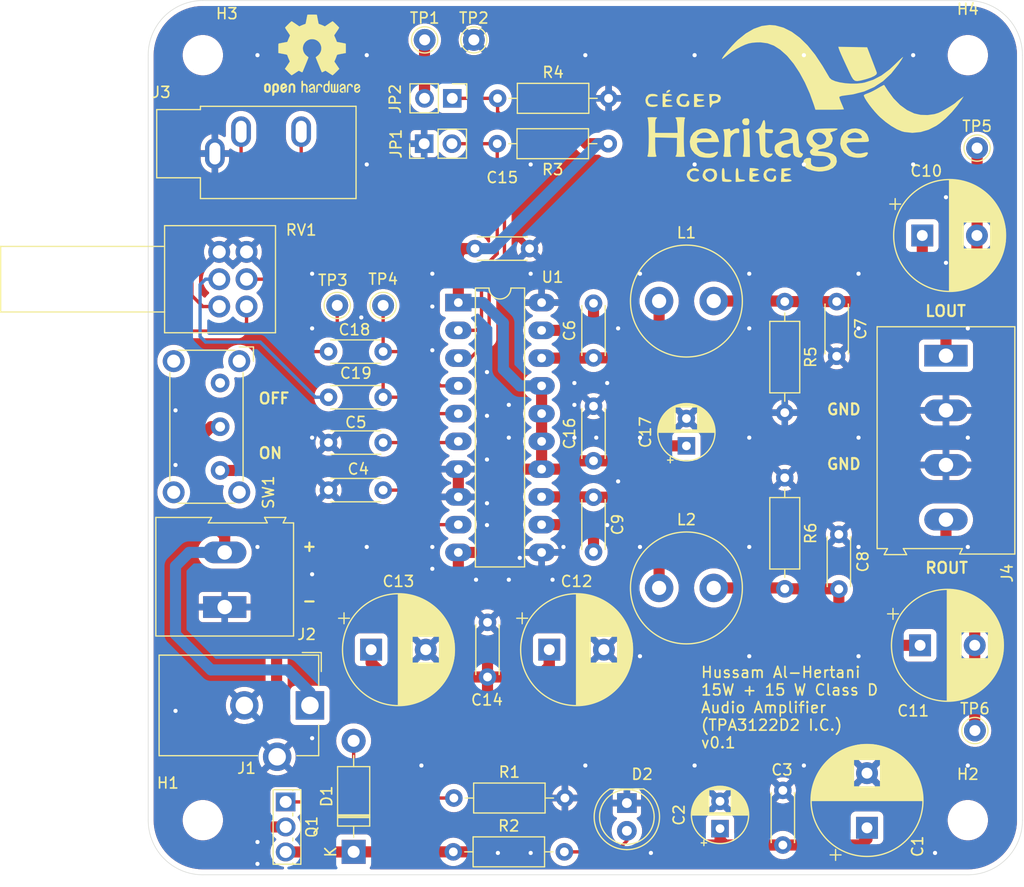
<source format=kicad_pcb>
(kicad_pcb (version 20240108) (generator "pcbnew") (generator_version "8.0")
  (layers (0 "F.Cu" signal) (31 "B.Cu" signal) (34 "B.Paste" user) (35 "F.Paste" user) (36 "B.SilkS" user "B.Silkscreen") (37 "F.SilkS" user "F.Silkscreen") (38 "B.Mask" user) (39 "F.Mask" user) (44 "Edge.Cuts" user))
  (net 0 "")
  (net 1 "GND")
  (net 2 "VCC")
  (net 3 "Net-(U1-VCLAMP)")
  (net 4 "Net-(U1-BYPASS)")
  (net 5 "LOUT")
  (net 6 "BSL")
  (net 7 "/POWA")
  (net 8 "/POWB")
  (net 9 "BSR")
  (net 10 "ROUT")
  (net 11 "/POWC")
  (net 12 "/POWD")
  (net 13 "RIN")
  (net 14 "Net-(C18-Pad1)")
  (net 15 "Net-(C19-Pad1)")
  (net 16 "LIN")
  (net 17 "Net-(D1-A)")
  (net 18 "Net-(D2-A)")
  (net 19 "/VIN1")
  (net 20 "Net-(J3-PadT)")
  (net 21 "Net-(J3-PadR)")
  (net 22 "~{SD}")
  (net 23 "MUTE")
  (net 24 "/VIN2")
  (footprint "Connector_PinHeader_2.54mm:PinHeader_1x02_P2.54mm_Vertical" (layer "F.Cu") (at 127.825 58.95 -90)
    (property "Reference" "JP2" (at 0.05 5.225 90) (layer "F.SilkS"))
    (property "Value" "Jumper_2_Open")
    (pad "1" thru_hole rect (at 0 0 270) (size 1.7 1.7) (drill 1) (layers "*.Cu" "*.Mask") (net 23 "MUTE"))
    (pad "2" thru_hole oval (at 0 2.54 270) (size 1.7 1.7) (drill 1) (layers "*.Cu" "*.Mask") (net 2 "VCC"))
  )
  (footprint "Capacitor_THT:C_Disc_D4.3mm_W1.9mm_P5.00mm" (layer "F.Cu") (at 131.05 111.9 90)
    (property "Reference" "C14" (at -2.1 -0.05 180) (layer "F.SilkS"))
    (property "Value" "100n")
    (pad "1" thru_hole circle (at 0 0 90) (size 1.6 1.6) (drill 0.8) (layers "*.Cu" "*.Mask") (net 2 "VCC"))
    (pad "2" thru_hole circle (at 5 0 90) (size 1.6 1.6) (drill 0.8) (layers "*.Cu" "*.Mask") (net 1 "GND"))
  )
  (footprint "Resistor_THT:R_Axial_DIN0207_L6.3mm_D2.5mm_P10.16mm_Horizontal" (layer "F.Cu") (at 131.97 58.95)
    (property "Reference" "R4" (at 5.08 -2.37 0) (layer "F.SilkS"))
    (property "Value" "10k")
    (pad "1" thru_hole circle (at 0 0) (size 1.6 1.6) (drill 0.8) (layers "*.Cu" "*.Mask") (net 23 "MUTE"))
    (pad "2" thru_hole oval (at 10.16 0) (size 1.6 1.6) (drill 0.8) (layers "*.Cu" "*.Mask") (net 1 "GND"))
  )
  (footprint "logos:heritage-logo" (layer "F.Cu") (at 159.6 59.4)
    (property "Reference" "G***" (hide yes))
    (property "Value" "LOGO" (hide yes))
  )
  (footprint "Resistor_THT:R_Axial_DIN0207_L6.3mm_D2.5mm_P10.16mm_Horizontal" (layer "F.Cu") (at 127.97 122.975)
    (property "Reference" "R1" (at 5.08 -2.37 0) (layer "F.SilkS"))
    (property "Value" "100k")
    (pad "1" thru_hole circle (at 0 0) (size 1.6 1.6) (drill 0.8) (layers "*.Cu" "*.Mask") (net 17 "Net-(D1-A)"))
    (pad "2" thru_hole oval (at 10.16 0) (size 1.6 1.6) (drill 0.8) (layers "*.Cu" "*.Mask") (net 1 "GND"))
  )
  (footprint "Connector_PinHeader_2.54mm:PinHeader_1x02_P2.54mm_Vertical" (layer "F.Cu") (at 125.255 63.1 90)
    (property "Reference" "JP1" (at 0 -2.58 90) (layer "F.SilkS"))
    (property "Value" "Jumper_2_Open")
    (pad "1" thru_hole rect (at 0 0 90) (size 1.7 1.7) (drill 1) (layers "*.Cu" "*.Mask") (net 1 "GND"))
    (pad "2" thru_hole oval (at 0 2.54 90) (size 1.7 1.7) (drill 1) (layers "*.Cu" "*.Mask") (net 22 "~{SD}"))
  )
  (footprint "Capacitor_THT:CP_Radial_D10.0mm_P5.00mm" (layer "F.Cu") (at 170.832323 71.5)
    (property "Reference" "C10" (at 0.367677 -5.9 0) (layer "F.SilkS"))
    (property "Value" "470u")
    (pad "1" thru_hole rect (at 0 0) (size 2 2) (drill 1) (layers "*.Cu" "*.Mask") (net 7 "/POWA"))
    (pad "2" thru_hole circle (at 5 0) (size 2 2) (drill 1) (layers "*.Cu" "*.Mask") (net 11 "/POWC"))
  )
  (footprint "Inductor_THT:L_Radial_D10.0mm_P5.00mm_Fastron_07M" (layer "F.Cu") (at 146.75 77.5)
    (property "Reference" "L1" (at 2.5 -6.25 0) (layer "F.SilkS"))
    (property "Value" "22u")
    (pad "1" thru_hole circle (at 0 0) (size 2.6 2.6) (drill 1.3) (layers "*.Cu" "*.Mask") (net 6 "BSL"))
    (pad "2" thru_hole circle (at 5 0) (size 2.6 2.6) (drill 1.3) (layers "*.Cu" "*.Mask") (net 7 "/POWA"))
  )
  (footprint "Capacitor_THT:CP_Radial_D10.0mm_P5.00mm" (layer "F.Cu") (at 165.775 125.7 90)
    (property "Reference" "C1" (at -1.7 4.625 90) (layer "F.SilkS"))
    (property "Value" "470u")
    (pad "1" thru_hole rect (at 0 0 90) (size 2 2) (drill 1) (layers "*.Cu" "*.Mask") (net 2 "VCC"))
    (pad "2" thru_hole circle (at 5 0 90) (size 2 2) (drill 1) (layers "*.Cu" "*.Mask") (net 1 "GND"))
  )
  (footprint "TestPoint:TestPoint_THTPad_D2.0mm_Drill1.0mm" (layer "F.Cu") (at 125.3 53.6)
    (property "Reference" "TP1" (at 0 -1.998 0) (layer "F.SilkS"))
    (property "Value" "VCC")
    (pad "1" thru_hole circle (at 0 0) (size 2 2) (drill 1) (layers "*.Cu" "*.Mask") (net 2 "VCC"))
  )
  (footprint "Inductor_THT:L_Radial_D10.0mm_P5.00mm_Fastron_07M" (layer "F.Cu") (at 146.75 103.75)
    (property "Reference" "L2" (at 2.5 -6.25 0) (layer "F.SilkS"))
    (property "Value" "22u")
    (pad "1" thru_hole circle (at 0 0) (size 2.6 2.6) (drill 1.3) (layers "*.Cu" "*.Mask") (net 9 "BSR"))
    (pad "2" thru_hole circle (at 5 0) (size 2.6 2.6) (drill 1.3) (layers "*.Cu" "*.Mask") (net 8 "/POWB"))
  )
  (footprint "Connector_BarrelJack:BarrelJack_CUI_PJ-102AH_Horizontal" (layer "F.Cu") (at 114.8 114.5 -90)
    (property "Reference" "J1" (at 5.75 5.8 0) (layer "F.SilkS"))
    (property "Value" "Barrel_Jack_Switch")
    (pad "1" thru_hole rect (at 0 0 270) (size 2.6 2.6) (drill 1.6) (layers "*.Cu" "*.Mask") (net 19 "/VIN1"))
    (pad "2" thru_hole circle (at 0 6 270) (size 2.6 2.6) (drill 1.6) (layers "*.Cu" "*.Mask") (net 1 "GND"))
    (pad "3" thru_hole circle (at 4.7 3 270) (size 2.6 2.6) (drill 1.6) (layers "*.Cu" "*.Mask") (net 1 "GND"))
  )
  (footprint "TestPoint:TestPoint_THTPad_D2.0mm_Drill1.0mm" (layer "F.Cu") (at 175.85 63.5)
    (property "Reference" "TP5" (at 0 -1.998 0) (layer "F.SilkS"))
    (property "Value" "LOUT")
    (pad "1" thru_hole circle (at 0 0) (size 2 2) (drill 1) (layers "*.Cu" "*.Mask") (net 11 "/POWC"))
  )
  (footprint "Capacitor_THT:CP_Radial_D10.0mm_P5.00mm" (layer "F.Cu") (at 120.4 109.4)
    (property "Reference" "C13" (at 2.5 -6.25 0) (layer "F.SilkS"))
    (property "Value" "470u")
    (pad "1" thru_hole rect (at 0 0) (size 2 2) (drill 1) (layers "*.Cu" "*.Mask") (net 2 "VCC"))
    (pad "2" thru_hole circle (at 5 0) (size 2 2) (drill 1) (layers "*.Cu" "*.Mask") (net 1 "GND"))
  )
  (footprint "TestPoint:TestPoint_THTPad_D2.0mm_Drill1.0mm" (layer "F.Cu") (at 117.3 77.9)
    (property "Reference" "TP3" (at -0.4 -2.3 0) (layer "F.SilkS"))
    (property "Value" "RIN")
    (pad "1" thru_hole circle (at 0 0) (size 2 2) (drill 1) (layers "*.Cu" "*.Mask") (net 13 "RIN"))
  )
  (footprint "MountingHole:MountingHole_3.2mm_M3" (layer "F.Cu") (at 175 125)
    (property "Reference" "H2" (at 0 -4.2 0) (layer "F.SilkS"))
    (property "Value" "MountingHole")
    (pad "" np_thru_hole circle (at 0 0) (size 3.2 3.2) (drill 3.2) (layers "*.Cu" "*.Mask"))
  )
  (footprint "Capacitor_THT:C_Disc_D4.3mm_W1.9mm_P5.00mm" (layer "F.Cu") (at 140.75 92.12 90)
    (property "Reference" "C16" (at 2.5 -2.2 90) (layer "F.SilkS"))
    (property "Value" "100n")
    (pad "1" thru_hole circle (at 0 0 90) (size 1.6 1.6) (drill 0.8) (layers "*.Cu" "*.Mask") (net 2 "VCC"))
    (pad "2" thru_hole circle (at 5 0 90) (size 1.6 1.6) (drill 0.8) (layers "*.Cu" "*.Mask") (net 1 "GND"))
  )
  (footprint "Capacitor_THT:C_Disc_D4.3mm_W1.9mm_P5.00mm" (layer "F.Cu") (at 140.75 95.45 -90)
    (property "Reference" "C9" (at 2.5 -2.2 90) (layer "F.SilkS"))
    (property "Value" "0.22u")
    (pad "1" thru_hole circle (at 0 0 270) (size 1.6 1.6) (drill 0.8) (layers "*.Cu" "*.Mask") (net 9 "BSR"))
    (pad "2" thru_hole circle (at 5 0 270) (size 1.6 1.6) (drill 0.8) (layers "*.Cu" "*.Mask") (net 10 "ROUT"))
  )
  (footprint "TestPoint:TestPoint_THTPad_D2.0mm_Drill1.0mm" (layer "F.Cu") (at 121.5 77.9)
    (property "Reference" "TP4" (at 0 -2.4 0) (layer "F.SilkS"))
    (property "Value" "LIN")
    (pad "1" thru_hole circle (at 0 0) (size 2 2) (drill 1) (layers "*.Cu" "*.Mask") (net 16 "LIN"))
  )
  (footprint "Connector_Audio:Jack_3.5mm_CUI_SJ1-3533NG_Horizontal" (layer "F.Cu") (at 106.1 64 90)
    (property "Reference" "J3" (at 5.6 -4.9 180) (layer "F.SilkS"))
    (property "Value" "AudioJack3")
    (pad "R" thru_hole oval (at 2 7.9 90) (size 2.8 1.8) (drill oval 2 1) (layers "*.Cu" "*.Mask") (net 21 "Net-(J3-PadR)"))
    (pad "S" thru_hole oval (at 0 0 90) (size 2.8 1.8) (drill oval 2 1) (layers "*.Cu" "*.Mask") (net 1 "GND"))
    (pad "T" thru_hole oval (at 2 2.4 90) (size 2.8 1.8) (drill oval 2 1) (layers "*.Cu" "*.Mask") (net 20 "Net-(J3-PadT)"))
  )
  (footprint "TerminalBlock:TerminalBlock_Altech_AK300-2_P5.00mm" (layer "F.Cu") (at 107 105.5 90)
    (property "Reference" "J2" (at -2.5 7.5 180) (layer "F.SilkS"))
    (property "Value" "Screw_Terminal_01x02")
    (pad "1" thru_hole rect (at 0 0 90) (size 1.98 3.96) (drill 1.32) (layers "*.Cu" "*.Mask") (net 1 "GND"))
    (pad "2" thru_hole oval (at 5 0 90) (size 1.98 3.96) (drill 1.32) (layers "*.Cu" "*.Mask") (net 19 "/VIN1"))
  )
  (footprint "Package_DIP:DIP-20_W7.62mm_LongPads" (layer "F.Cu") (at 128.38 77.64)
    (property "Reference" "U1" (at 8.62 -2.33 0) (layer "F.SilkS"))
    (property "Value" "TPA3122D2")
    (pad "1" thru_hole rect (at 0 0) (size 2.4 1.6) (drill 0.8) (layers "*.Cu" "*.Mask") (net 2 "VCC"))
    (pad "2" thru_hole oval (at 0 2.54) (size 2.4 1.6) (drill 0.8) (layers "*.Cu" "*.Mask") (net 22 "~{SD}"))
    (pad "3" thru_hole oval (at 0 5.08) (size 2.4 1.6) (drill 0.8) (layers "*.Cu" "*.Mask") (net 23 "MUTE"))
    (pad "4" thru_hole oval (at 0 7.62) (size 2.4 1.6) (drill 0.8) (layers "*.Cu" "*.Mask") (net 16 "LIN"))
    (pad "5" thru_hole oval (at 0 10.16) (size 2.4 1.6) (drill 0.8) (layers "*.Cu" "*.Mask") (net 13 "RIN"))
    (pad "6" thru_hole oval (at 0 12.7) (size 2.4 1.6) (drill 0.8) (layers "*.Cu" "*.Mask") (net 4 "Net-(U1-BYPASS)"))
    (pad "7" thru_hole oval (at 0 15.24) (size 2.4 1.6) (drill 0.8) (layers "*.Cu" "*.Mask") (net 1 "GND"))
    (pad "8" thru_hole oval (at 0 17.78) (size 2.4 1.6) (drill 0.8) (layers "*.Cu" "*.Mask") (net 1 "GND"))
    (pad "9" thru_hole oval (at 0 20.32) (size 2.4 1.6) (drill 0.8) (layers "*.Cu" "*.Mask") (net 3 "Net-(U1-VCLAMP)"))
    (pad "10" thru_hole oval (at 0 22.86) (size 2.4 1.6) (drill 0.8) (layers "*.Cu" "*.Mask") (net 2 "VCC"))
    (pad "11" thru_hole oval (at 7.62 22.86) (size 2.4 1.6) (drill 0.8) (layers "*.Cu" "*.Mask") (net 1 "GND"))
    (pad "12" thru_hole oval (at 7.62 20.32) (size 2.4 1.6) (drill 0.8) (layers "*.Cu" "*.Mask") (net 10 "ROUT"))
    (pad "13" thru_hole oval (at 7.62 17.78) (size 2.4 1.6) (drill 0.8) (layers "*.Cu" "*.Mask") (net 9 "BSR"))
    (pad "14" thru_hole oval (at 7.62 15.24) (size 2.4 1.6) (drill 0.8) (layers "*.Cu" "*.Mask") (net 2 "VCC"))
    (pad "15" thru_hole oval (at 7.62 12.7) (size 2.4 1.6) (drill 0.8) (layers "*.Cu" "*.Mask") (net 2 "VCC"))
    (pad "16" thru_hole oval (at 7.62 10.16) (size 2.4 1.6) (drill 0.8) (layers "*.Cu" "*.Mask") (net 2 "VCC"))
    (pad "17" thru_hole oval (at 7.62 7.62) (size 2.4 1.6) (drill 0.8) (layers "*.Cu" "*.Mask") (net 2 "VCC"))
    (pad "18" thru_hole oval (at 7.62 5.08) (size 2.4 1.6) (drill 0.8) (layers "*.Cu" "*.Mask") (net 6 "BSL"))
    (pad "19" thru_hole oval (at 7.62 2.54) (size 2.4 1.6) (drill 0.8) (layers "*.Cu" "*.Mask") (net 5 "LOUT"))
    (pad "20" thru_hole oval (at 7.62 0) (size 2.4 1.6) (drill 0.8) (layers "*.Cu" "*.Mask") (net 1 "GND"))
  )
  (footprint "Capacitor_THT:C_Disc_D4.3mm_W1.9mm_P5.00mm" (layer "F.Cu") (at 121.5 94.8 180)
    (property "Reference" "C4" (at 2.275 1.925 0) (layer "F.SilkS"))
    (property "Value" "1u")
    (pad "1" thru_hole circle (at 0 0 180) (size 1.6 1.6) (drill 0.8) (layers "*.Cu" "*.Mask") (net 3 "Net-(U1-VCLAMP)"))
    (pad "2" thru_hole circle (at 5 0 180) (size 1.6 1.6) (drill 0.8) (layers "*.Cu" "*.Mask") (net 1 "GND"))
  )
  (footprint "Button_Switch_THT:SW_E-Switch_EG1224_SPDT_Angled" (layer "F.Cu") (at 106.5825 85 -90)
    (property "Reference" "SW1" (at 10 -4.4175 90) (layer "F.SilkS"))
    (property "Value" "SW_Push_SPDT")
    (pad "" thru_hole circle (at -2 -1.75 270) (size 2 2) (drill 1.2) (layers "*.Cu" "*.Mask"))
    (pad "" thru_hole circle (at -2 4.25 270) (size 2 2) (drill 1.2) (layers "*.Cu" "*.Mask"))
    (pad "" thru_hole circle (at 10 -1.75 270) (size 2 2) (drill 1.2) (layers "*.Cu" "*.Mask"))
    (pad "" thru_hole circle (at 10 4.25 270) (size 2 2) (drill 1.2) (layers "*.Cu" "*.Mask"))
    (pad "1" thru_hole circle (at 0 0 270) (size 1.7 1.7) (drill 0.9) (layers "*.Cu" "*.Mask"))
    (pad "2" thru_hole circle (at 4 0 270) (size 1.7 1.7) (drill 0.9) (layers "*.Cu" "*.Mask") (net 19 "/VIN1"))
    (pad "3" thru_hole circle (at 8 0 270) (size 1.7 1.7) (drill 0.9) (layers "*.Cu" "*.Mask") (net 24 "/VIN2"))
  )
  (footprint "Diode_THT:D_DO-41_SOD81_P10.16mm_Horizontal" (layer "F.Cu") (at 118.8 127.9 90)
    (property "Reference" "D1" (at 5.08 -2.47 90) (layer "F.SilkS"))
    (property "Value" "1N47xxA")
    (fp_text user "K" (at 0 -2.1 90) (layer "F.SilkS"))
    (pad "1" thru_hole rect (at 0 0 90) (size 2.2 2.2) (drill 1.1) (layers "*.Cu" "*.Mask") (net 2 "VCC"))
    (pad "2" thru_hole oval (at 10.16 0 90) (size 2.2 2.2) (drill 1.1) (layers "*.Cu" "*.Mask") (net 17 "Net-(D1-A)"))
  )
  (footprint "MountingHole:MountingHole_3.2mm_M3" (layer "F.Cu") (at 175 55)
    (property "Reference" "H4" (at 0 -4.2 0) (layer "F.SilkS"))
    (property "Value" "MountingHole")
    (pad "" np_thru_hole circle (at 0 0) (size 3.2 3.2) (drill 3.2) (layers "*.Cu" "*.Mask"))
  )
  (footprint "Resistor_THT:R_Axial_DIN0207_L6.3mm_D2.5mm_P10.16mm_Horizontal" (layer "F.Cu") (at 127.92 127.9)
    (property "Reference" "R2" (at 5.08 -2.37 0) (layer "F.SilkS"))
    (property "Value" "2.4k")
    (pad "1" thru_hole circle (at 0 0) (size 1.6 1.6) (drill 0.8) (layers "*.Cu" "*.Mask") (net 2 "VCC"))
    (pad "2" thru_hole oval (at 10.16 0) (size 1.6 1.6) (drill 0.8) (layers "*.Cu" "*.Mask") (net 18 "Net-(D2-A)"))
  )
  (footprint "Capacitor_THT:C_Disc_D4.3mm_W1.9mm_P5.00mm" (layer "F.Cu") (at 129.9 72.7)
    (property "Reference" "C15" (at 2.5 -6.5 0) (layer "F.SilkS"))
    (property "Value" "100n")
    (pad "1" thru_hole circle (at 0 0) (size 1.6 1.6) (drill 0.8) (layers "*.Cu" "*.Mask") (net 2 "VCC"))
    (pad "2" thru_hole circle (at 5 0) (size 1.6 1.6) (drill 0.8) (layers "*.Cu" "*.Mask") (net 1 "GND"))
  )
  (footprint "TerminalBlock:TerminalBlock_Altech_AK300-4_P5.00mm" (layer "F.Cu") (at 173 82.5 -90)
    (property "Reference" "J4" (at 19.9 -5.6 90) (layer "F.SilkS"))
    (property "Value" "Screw_Terminal_01x04")
    (pad "1" thru_hole rect (at 0 0 270) (size 1.98 3.96) (drill 1.32) (layers "*.Cu" "*.Mask") (net 11 "/POWC"))
    (pad "2" thru_hole oval (at 5 0 270) (size 1.98 3.96) (drill 1.32) (layers "*.Cu" "*.Mask") (net 1 "GND"))
    (pad "3" thru_hole oval (at 10 0 270) (size 1.98 3.96) (drill 1.32) (layers "*.Cu" "*.Mask") (net 1 "GND"))
    (pad "4" thru_hole oval (at 15 0 270) (size 1.98 3.96) (drill 1.32) (layers "*.Cu" "*.Mask") (net 12 "/POWD"))
  )
  (footprint "Capacitor_THT:C_Disc_D4.3mm_W1.9mm_P5.00mm" (layer "F.Cu") (at 158.075 127.275 90)
    (property "Reference" "C3" (at 6.875 -0.075 180) (layer "F.SilkS"))
    (property "Value" "1u")
    (pad "1" thru_hole circle (at 0 0 90) (size 1.6 1.6) (drill 0.8) (layers "*.Cu" "*.Mask") (net 2 "VCC"))
    (pad "2" thru_hole circle (at 5 0 90) (size 1.6 1.6) (drill 0.8) (layers "*.Cu" "*.Mask") (net 1 "GND"))
  )
  (footprint "Package_TO_SOT_THT:TO-251-3_Vertical" (layer "F.Cu") (at 112.58 123.33 -90)
    (property "Reference" "Q1" (at 2.29 -2.39 90) (layer "F.SilkS"))
    (property "Value" "TSM480P06")
    (pad "1" thru_hole rect (at 0 0 270) (size 1.7175 1.8) (drill 1.1) (layers "*.Cu" "*.Mask") (net 17 "Net-(D1-A)"))
    (pad "2" thru_hole oval (at 2.29 0 270) (size 1.7175 1.8) (drill 1.1) (layers "*.Cu" "*.Mask") (net 24 "/VIN2"))
    (pad "3" thru_hole oval (at 4.58 0 270) (size 1.7175 1.8) (drill 1.1) (layers "*.Cu" "*.Mask") (net 2 "VCC"))
  )
  (footprint "TestPoint:TestPoint_THTPad_D2.0mm_Drill1.0mm" (layer "F.Cu") (at 129.8 53.6)
    (property "Reference" "TP2" (at 0 -1.998 0) (layer "F.SilkS"))
    (property "Value" "GND")
    (pad "1" thru_hole circle (at 0 0) (size 2 2) (drill 1) (layers "*.Cu" "*.Mask") (net 1 "GND"))
  )
  (footprint "MountingHole:MountingHole_3.2mm_M3" (layer "F.Cu") (at 105 55)
    (property "Reference" "H3" (at 2.2 -3.8 0) (layer "F.SilkS"))
    (property "Value" "MountingHole")
    (pad "" np_thru_hole circle (at 0 0) (size 3.2 3.2) (drill 3.2) (layers "*.Cu" "*.Mask"))
  )
  (footprint "myparts:PTD902-2015K-B103" (layer "F.Cu") (at 106.5 78 180)
    (property "Reference" "RV1" (at -7.5 7 0) (layer "F.SilkS"))
    (property "Value" "10k")
    (pad "1" thru_hole circle (at -2.5 0 180) (size 2 2) (drill 1.2) (layers "*.Cu" "*.Mask") (net 20 "Net-(J3-PadT)"))
    (pad "2" thru_hole circle (at -2.5 2.5 180) (size 2 2) (drill 1.2) (layers "*.Cu" "*.Mask") (net 14 "Net-(C18-Pad1)"))
    (pad "3" thru_hole circle (at -2.5 5 180) (size 2 2) (drill 1.2) (layers "*.Cu" "*.Mask") (net 1 "GND"))
    (pad "4" thru_hole circle (at 0 0 180) (size 2 2) (drill 1.2) (layers "*.Cu" "*.Mask") (net 21 "Net-(J3-PadR)"))
    (pad "5" thru_hole circle (at 0 2.5 180) (size 2 2) (drill 1.2) (layers "*.Cu" "*.Mask") (net 15 "Net-(C19-Pad1)"))
    (pad "6" thru_hole circle (at 0 5 180) (size 2 2) (drill 1.2) (layers "*.Cu" "*.Mask") (net 1 "GND"))
  )
  (footprint "Capacitor_THT:CP_Radial_D5.0mm_P2.50mm" (layer "F.Cu") (at 149.25 90.75 90)
    (property "Reference" "C17" (at 1.25 -3.75 90) (layer "F.SilkS"))
    (property "Value" "10u")
    (pad "1" thru_hole rect (at 0 0 90) (size 1.6 1.6) (drill 0.8) (layers "*.Cu" "*.Mask") (net 2 "VCC"))
    (pad "2" thru_hole circle (at 2.5 0 90) (size 1.6 1.6) (drill 0.8) (layers "*.Cu" "*.Mask") (net 1 "GND"))
  )
  (footprint "Capacitor_THT:CP_Radial_D10.0mm_P5.00mm" (layer "F.Cu") (at 136.7 109.4)
    (property "Reference" "C12" (at 2.5 -6.25 0) (layer "F.SilkS"))
    (property "Value" "470u")
    (pad "1" thru_hole rect (at 0 0) (size 2 2) (drill 1) (layers "*.Cu" "*.Mask") (net 2 "VCC"))
    (pad "2" thru_hole circle (at 5 0) (size 2 2) (drill 1) (layers "*.Cu" "*.Mask") (net 1 "GND"))
  )
  (footprint "TestPoint:TestPoint_THTPad_D2.0mm_Drill1.0mm" (layer "F.Cu") (at 175.65 116.8)
    (property "Reference" "TP6" (at 0 -1.998 0) (layer "F.SilkS"))
    (property "Value" "ROUT")
    (pad "1" thru_hole circle (at 0 0) (size 2 2) (drill 1) (layers "*.Cu" "*.Mask") (net 12 "/POWD"))
  )
  (footprint "Capacitor_THT:C_Disc_D4.3mm_W1.9mm_P5.00mm" (layer "F.Cu") (at 116.5 86.3)
    (property "Reference" "C19" (at 2.5 -2.2 0) (layer "F.SilkS"))
    (property "Value" "1u")
    (pad "1" thru_hole circle (at 0 0) (size 1.6 1.6) (drill 0.8) (layers "*.Cu" "*.Mask") (net 15 "Net-(C19-Pad1)"))
    (pad "2" thru_hole circle (at 5 0) (size 1.6 1.6) (drill 0.8) (layers "*.Cu" "*.Mask") (net 13 "RIN"))
  )
  (footprint "Capacitor_THT:CP_Radial_D10.0mm_P5.00mm" (layer "F.Cu") (at 170.632323 109)
    (property "Reference" "C11" (at -0.632323 6 0) (layer "F.SilkS"))
    (property "Value" "470u")
    (pad "1" thru_hole rect (at 0 0) (size 2 2) (drill 1) (layers "*.Cu" "*.Mask") (net 8 "/POWB"))
    (pad "2" thru_hole circle (at 5 0) (size 2 2) (drill 1) (layers "*.Cu" "*.Mask") (net 12 "/POWD"))
  )
  (footprint "Resistor_THT:R_Axial_DIN0207_L6.3mm_D2.5mm_P10.16mm_Horizontal" (layer "F.Cu") (at 158.25 93.67 -90)
    (property "Reference" "R6" (at 5.08 -2.37 90) (layer "F.SilkS"))
    (property "Value" "4.7k")
    (pad "1" thru_hole circle (at 0 0 270) (size 1.6 1.6) (drill 0.8) (layers "*.Cu" "*.Mask") (net 1 "GND"))
    (pad "2" thru_hole oval (at 10.16 0 270) (size 1.6 1.6) (drill 0.8) (layers "*.Cu" "*.Mask") (net 8 "/POWB"))
  )
  (footprint "MountingHole:MountingHole_3.2mm_M3" (layer "F.Cu") (at 105 125)
    (property "Reference" "H1" (at -3.2 -3.4 0) (layer "F.SilkS"))
    (property "Value" "MountingHole")
    (pad "" np_thru_hole circle (at 0 0) (size 3.2 3.2) (drill 3.2) (layers "*.Cu" "*.Mask"))
  )
  (footprint "LED_THT:LED_D5.0mm" (layer "F.Cu") (at 143.8 123.435 -90)
    (property "Reference" "D2" (at -2.635 -1.4 180) (layer "F.SilkS"))
    (property "Value" "LED")
    (pad "1" thru_hole rect (at 0 0 270) (size 1.8 1.8) (drill 0.9) (layers "*.Cu" "*.Mask") (net 1 "GND"))
    (pad "2" thru_hole circle (at 2.54 0 270) (size 1.8 1.8) (drill 0.9) (layers "*.Cu" "*.Mask") (net 18 "Net-(D2-A)"))
  )
  (footprint "Capacitor_THT:C_Disc_D4.3mm_W1.9mm_P5.00mm" (layer "F.Cu") (at 163.2 98.85 -90)
    (property "Reference" "C8" (at 2.5 -2.2 90) (layer "F.SilkS"))
    (property "Value" "0.68u")
    (pad "1" thru_hole circle (at 0 0 270) (size 1.6 1.6) (drill 0.8) (layers "*.Cu" "*.Mask") (net 1 "GND"))
    (pad "2" thru_hole circle (at 5 0 270) (size 1.6 1.6) (drill 0.8) (layers "*.Cu" "*.Mask") (net 8 "/POWB"))
  )
  (footprint "Capacitor_THT:C_Disc_D4.3mm_W1.9mm_P5.00mm" (layer "F.Cu") (at 121.5 90.45 180)
    (property "Reference" "C5" (at 2.5 1.85 0) (layer "F.SilkS"))
    (property "Value" "1u")
    (pad "1" thru_hole circle (at 0 0 180) (size 1.6 1.6) (drill 0.8) (layers "*.Cu" "*.Mask") (net 4 "Net-(U1-BYPASS)"))
    (pad "2" thru_hole circle (at 5 0 180) (size 1.6 1.6) (drill 0.8) (layers "*.Cu" "*.Mask") (net 1 "GND"))
  )
  (footprint "Capacitor_THT:C_Disc_D4.3mm_W1.9mm_P5.00mm" (layer "F.Cu") (at 116.5 82.125)
    (property "Reference" "C18" (at 2.375 -2 0) (layer "F.SilkS"))
    (property "Value" "1u")
    (pad "1" thru_hole circle (at 0 0) (size 1.6 1.6) (drill 0.8) (layers "*.Cu" "*.Mask") (net 14 "Net-(C18-Pad1)"))
    (pad "2" thru_hole circle (at 5 0) (size 1.6 1.6) (drill 0.8) (layers "*.Cu" "*.Mask") (net 16 "LIN"))
  )
  (footprint "Capacitor_THT:C_Disc_D4.3mm_W1.9mm_P5.00mm" (layer "F.Cu") (at 140.75 82.7 90)
    (property "Reference" "C6" (at 2.5 -2.2 90) (layer "F.SilkS"))
    (property "Value" "0.22u")
    (pad "1" thru_hole circle (at 0 0 90) (size 1.6 1.6) (drill 0.8) (layers "*.Cu" "*.Mask") (net 6 "BSL"))
    (pad "2" thru_hole circle (at 5 0 90) (size 1.6 1.6) (drill 0.8) (layers "*.Cu" "*.Mask") (net 5 "LOUT"))
  )
  (footprint "Symbol:OSHW-Logo2_9.8x8mm_SilkScreen" (layer "F.Cu") (at 115 55)
    (property "Reference" "REF**" (hide yes))
    (property "Value" "OSHW-Logo2_9.8x8mm_SilkScreen" (hide yes))
  )
  (footprint "Capacitor_THT:C_Disc_D4.3mm_W1.9mm_P5.00mm" (layer "F.Cu") (at 163 77.55 -90)
    (property "Reference" "C7" (at 2.5 -2.2 90) (layer "F.SilkS"))
    (property "Value" "0.68u")
    (pad "1" thru_hole circle (at 0 0 270) (size 1.6 1.6) (drill 0.8) (layers "*.Cu" "*.Mask") (net 7 "/POWA"))
    (pad "2" thru_hole circle (at 5 0 270) (size 1.6 1.6) (drill 0.8) (layers "*.Cu" "*.Mask") (net 1 "GND"))
  )
  (footprint "Resistor_THT:R_Axial_DIN0207_L6.3mm_D2.5mm_P10.16mm_Horizontal" (layer "F.Cu") (at 142.1 63.1 180)
    (property "Reference" "R3" (at 5.08 -2.37 0) (layer "F.SilkS"))
    (property "Value" "10k")
    (pad "1" thru_hole circle (at 0 0 180) (size 1.6 1.6) (drill 0.8) (layers "*.Cu" "*.Mask") (net 2 "VCC"))
    (pad "2" thru_hole oval (at 10.16 0 180) (size 1.6 1.6) (drill 0.8) (layers "*.Cu" "*.Mask") (net 22 "~{SD}"))
  )
  (footprint "Resistor_THT:R_Axial_DIN0207_L6.3mm_D2.5mm_P10.16mm_Horizontal" (layer "F.Cu") (at 158.25 77.55 -90)
    (property "Reference" "R5" (at 5.08 -2.37 90) (layer "F.SilkS"))
    (property "Value" "4.7k")
    (pad "1" thru_hole circle (at 0 0 270) (size 1.6 1.6) (drill 0.8) (layers "*.Cu" "*.Mask") (net 7 "/POWA"))
    (pad "2" thru_hole oval (at 10.16 0 270) (size 1.6 1.6) (drill 0.8) (layers "*.Cu" "*.Mask") (net 1 "GND"))
  )
  (footprint "Capacitor_THT:CP_Radial_D5.0mm_P2.50mm" (layer "F.Cu") (at 152.325 125.775 90)
    (property "Reference" "C2" (at 1.25 -3.75 90) (layer "F.SilkS"))
    (property "Value" "10u")
    (pad "1" thru_hole rect (at 0 0 90) (size 1.6 1.6) (drill 0.8) (layers "*.Cu" "*.Mask") (net 2 "VCC"))
    (pad "2" thru_hole circle (at 2.5 0 90) (size 1.6 1.6) (drill 0.8) (layers "*.Cu" "*.Mask") (net 1 "GND"))
  )
  (gr_arc (start 175 50) (mid 178.535534 51.464466) (end 180 55) (stroke (width 0.05)) (layer "Edge.Cuts"))
  (gr_line (start 100 125) (end 100 55) (stroke (width 0.05)) (layer "Edge.Cuts"))
  (gr_arc (start 100 55) (mid 101.464466 51.464466) (end 105 50) (stroke (width 0.05)) (layer "Edge.Cuts"))
  (gr_line (start 175 130) (end 105 130) (stroke (width 0.05)) (layer "Edge.Cuts"))
  (gr_arc (start 180 125) (mid 178.535534 128.535534) (end 175 130) (stroke (width 0.05)) (layer "Edge.Cuts"))
  (gr_line (start 105 50) (end 175 50) (stroke (width 0.05)) (layer "Edge.Cuts"))
  (gr_arc (start 105 130) (mid 101.464466 128.535534) (end 100 125) (stroke (width 0.05)) (layer "Edge.Cuts"))
  (gr_line (start 180 55) (end 180 125) (stroke (width 0.05)) (layer "Edge.Cuts"))
  (gr_text "GND\n" (at 162 93 0) (layer "F.SilkS") (effects (font (size 1 1) (thickness 0.2) (bold yes)) (justify left bottom)))
  (gr_text "ON" (at 110 92 0) (layer "F.SilkS") (effects (font (size 1 1) (thickness 0.2) (bold yes)) (justify left bottom)))
  (gr_text "OFF" (at 110 87 0) (layer "F.SilkS") (effects (font (size 1 1) (thickness 0.2) (bold yes)) (justify left bottom)))
  (gr_text "GND\n" (at 162 88 0) (layer "F.SilkS") (effects (font (size 1 1) (thickness 0.2) (bold yes)) (justify left bottom)))
  (gr_text "+" (at 114 100.5 0) (layer "F.SilkS") (effects (font (size 1 1) (thickness 0.2) (bold yes)) (justify left bottom)))
  (gr_text "LOUT" (at 171 79 0) (layer "F.SilkS") (effects (font (size 1 1) (thickness 0.2) (bold yes)) (justify left bottom)))
  (gr_text "ROUT" (at 171 102.5 0) (layer "F.SilkS") (effects (font (size 1 1) (thickness 0.2) (bold yes)) (justify left bottom)))
  (gr_text "-" (at 114 105.5 0) (layer "F.SilkS") (effects (font (size 1 1) (thickness 0.2) (bold yes)) (justify left bottom)))
  (gr_text "Hussam Al-Hertani\n15W + 15 W Class D\nAudio Amplifier\n(TPA3122D2 I.C.)\nv0.1" (at 150.5 118.5 0) (layer "F.SilkS") (effects (font (size 1 1)) (justify left bottom)))
  (segment (start 128.38 92.88) (end 128.38 95.42) (width 1.016) (layer "F.Cu") (net 1))
  (via (at 102.5 87.5) (size 0.762) (drill 0.381) (layers "F.Cu" "B.Cu") (net 1))
  (via (at 145 75) (size 0.762) (drill 0.381) (layers "F.Cu" "B.Cu") (net 1))
  (via (at 145 90) (size 0.762) (drill 0.381) (layers "F.Cu" "B.Cu") (net 1))
  (via (at 139 85) (size 0.762) (drill 0.381) (layers "F.Cu" "B.Cu") (net 1))
  (via (at 165 90) (size 0.762) (drill 0.381) (layers "F.Cu" "B.Cu") (net 1))
  (via (at 110 100) (size 0.762) (drill 0.381) (layers "F.Cu" "B.Cu") (net 1))
  (via (at 115 75) (size 0.762) (drill 0.381) (layers "F.Cu" "B.Cu") (net 1))
  (via (at 115 90) (size 0.762) (drill 0.381) (layers "F.Cu" "B.Cu") (net 1))
  (via (at 133 90) (size 0.762) (drill 0.381) (layers "F.Cu" "B.Cu") (net 1))
  (via (at 102.5 92.5) (size 0.762) (drill 0.381) (layers "F.Cu" "B.Cu") (net 1))
  (via (at 175 120) (size 0.762) (drill 0.381) (layers "F.Cu" "B.Cu") (net 1))
  (via (at 131 88) (size 0.762) (drill 0.381) (layers "F.Cu" "B.Cu") (net 1))
  (via (at 131 84) (size 0.762) (drill 0.381) (layers "F.Cu" "B.Cu") (net 1))
  (via (at 120 55) (size 0.762) (drill 0.381) (layers "F.Cu" "B.Cu") (net 1))
  (via (at 175 90) (size 0.762) (drill 0.381) (layers "F.Cu" "B.Cu") (net 1))
  (via (at 150 55) (size 0.762) (drill 0.381) (layers "F.Cu" "B.Cu") (net 1))
  (via (at 150 65) (size 0.762) (drill 0.381) (layers "F.Cu" "B.Cu") (net 1))
  (via (at 115 80) (size 0.762) (drill 0.381) (layers "F.Cu" "B.Cu") (net 1))
  (via (at 134 101) (size 0.762) (drill 0.381) (layers "F.Cu" "B.Cu") (net 1))
  (via (at 145 100) (size 0.762) (drill 0.381) (layers "F.Cu" "B.Cu") (net 1))
  (via (at 172 128) (size 0.762) (drill 0.381) (layers "F.Cu" "B.Cu") (net 1))
  (via (at 110 129) (size 0.762) (drill 0.381) (layers "F.Cu" "B.Cu") (net 1))
  (via (at 140 55) (size 0.762) (drill 0.381) (layers "F.Cu" "B.Cu") (net 1))
  (via (at 119.5 79) (size 0.762) (drill 0.381) (layers "F.Cu" "B.Cu") (net 1))
  (via (at 155 110) (size 0.762) (drill 0.381) (layers "F.Cu" "B.Cu") (net 1))
  (via (at 125 120) (size 0.762) (drill 0.381) (layers "F.Cu" "B.Cu") (net 1))
  (via (at 132 128) (size 0.762) (drill 0.381) (layers "F.Cu" "B.Cu") (net 1))
  (via (at 120 100) (size 0.762) (drill 0.381) (layers "F.Cu" "B.Cu") (net 1))
  (via (at 115 117.5) (size 0.762) (drill 0.381) (layers "F.Cu" "B.Cu") (net 1))
  (via (at 145 110) (size 0.762) (drill 0.381) (layers "F.Cu" "B.Cu") (net 1))
  (via (at 160 65) (size 0.762) (drill 0.381) (layers "F.Cu" "B.Cu") (net 1))
  (via (at 130 103) (size 0.762) (drill 0.381) (layers "F.Cu" "B.Cu") (net 1))
  (via (at 165 100) (size 0.762) (drill 0.381) (layers "F.Cu" "B.Cu") (net 1))
  (via (at 173 74) (size 0.762) (drill 0.381) (layers "F.Cu" "B.Cu") (net 1))
  (via (at 160 55) (size 0.762) (drill 0.381) (layers "F.Cu" "B.Cu") (net 1))
  (via (at 170 65) (size 0.762) (drill 0.381) (layers "F.Cu" "B.Cu") (net 1))
  (via (at 115 102.5) (size 0.762) (drill 0.381) (layers "F.Cu" "B.Cu") (net 1))
  (via (at 175 100) (size 0.762) (drill 0.381) (layers "F.Cu" "B.Cu") (net 1))
  (via (at 139 90) (size 0.762) (drill 0.381) (layers "F.Cu" "B.Cu") (net 1))
  (via (at 131 92) (size 0.762) (drill 0.381) (layers "F.Cu" "B.Cu") (net 1))
  (via (at 150 120) (size 0.762) (drill 0.381) (layers "F.Cu" "B.Cu") (net 1))
  (via (at 142 85) (size 0.762) (drill 0.381) (layers "F.Cu" "B.Cu") (net 1))
  (via (at 155 100) (size 0.762) (drill 0.381) (layers "F.Cu" "B.Cu") (net 1))
  (via (at 126 75) (size 0.762) (drill 0.381) (layers "F.Cu" "B.Cu") (net 1))
  (via (at 126 100) (size 0.762) (drill 0.381) (layers "F.Cu" "B.Cu") (net 1))
  (via (at 135 128) (size 0.762) (drill 0.381) (layers "F.Cu" "B.Cu") (net 1))
  (via (at 165 75) (size 0.762) (drill 0.381) (layers "F.Cu" "B.Cu") (net 1))
  (via (at 155 80) (size 0.762) (drill 0.381) (layers "F.Cu" "B.Cu") (net 1))
  (via (at 131 96) (size 0.762) (drill 0.381) (layers "F.Cu" "B.Cu") (net 1))
  (via (at 126 78) (size 0.762) (drill 0.381) (layers "F.Cu" "B.Cu") (net 1))
  (via (at 139 87) (size 0.762) (drill 0.381) (layers "F.Cu" "B.Cu") (net 1))
  (via (at 142 98) (size 0.762) (drill 0.381) (layers "F.Cu" "B.Cu") (net 1))
  (via (at 143 80) (size 0.762) (drill 0.381) (layers "F.Cu" "B.Cu") (net 1))
  (via (at 135 75) (size 0.762) (drill 0.381) (layers "F.Cu" "B.Cu") (net 1))
  (via (at 120 65) (size 0.762) (drill 0.381) (layers "F.Cu" "B.Cu") (net 1))
  (via (at 102.5 115) (size 0.762) (drill 0.381) (layers "F.Cu" "B.Cu") (net 1))
  (via (at 165 80) (size 0.762) (drill 0.381) (layers "F.Cu" "B.Cu") (net 1))
  (via (at 165 110) (size 0.762) (drill 0.381) (layers "F.Cu" "B.Cu") (net 1))
  (via (at 173 68) (size 0.762) (drill 0.381) (layers "F.Cu" "B.Cu") (net 1))
  (via (at 126 82) (size 0.762) (drill 0.381) (layers "F.Cu" "B.Cu") (net 1))
  (via (at 138 100) (size 0.762) (drill 0.381) (layers "F.Cu" "B.Cu") (net 1))
  (via (at 175 80) (size 0.762) (drill 0.381) (layers "F.Cu" "B.Cu") (net 1))
  (via (at 135 65) (size 0.762) (drill 0.381) (layers "F.Cu" "B.Cu") (net 1))
  (via (at 155 75) (size 0.762) (drill 0.381) (layers "F.Cu" "B.Cu") (net 1))
  (via (at 131 98) (size 0.762) (drill 0.381) (layers "F.Cu" "B.Cu") (net 1))
  (via (at 133 87) (size 0.762) (drill 0.381) (layers "F.Cu" "B.Cu") (net 1))
  (via (at 133 103) (size 0.762) (drill 0.381) (layers "F.Cu" "B.Cu") (net 1))
  (via (at 146 128) (size 0.762) (drill 0.381) (layers "F.Cu" "B.Cu") (net 1))
  (via (at 141 90) (size 0.762) (drill 0.381) (layers "F.Cu" "B.Cu") (net 1))
  (via (at 137 103) (size 0.762) (drill 0.381) (layers "F.Cu" "B.Cu") (net 1))
  (via (at 140 120) (size 0.762) (drill 0.381) (layers "F.Cu" "B.Cu") (net 1))
  (via (at 110 127) (size 0.762) (drill 0.381) (layers "F.Cu" "B.Cu") (net 1))
  (via (at 143 94) (size 0.762) (drill 0.381) (layers "F.Cu" "B.Cu") (net 1))
  (via (at 155 90) (size 0.762) (drill 0.381) (layers "F.Cu" "B.Cu") (net 1))
  (via (at 160 120) (size 0.762) (drill 0.381) (layers "F.Cu" "B.Cu") (net 1))
  (via (at 170 55) (size 0.762) (drill 0.381) (layers "F.Cu" "B.Cu") (net 1))
  (via (at 110 55) (size 0.762) (drill 0.381) (layers "F.Cu" "B.Cu") (net 1))
  (via (at 126 102) (size 0.762) (drill 0.381) (layers "F.Cu" "B.Cu") (net 1))
  (segment (start 126 56.5) (end 125.285 57.215) (width 1.016) (layer "F.Cu") (net 2))
  (segment (start 136.7 112.95) (end 136.7 109.4) (width 1.016) (layer "F.Cu") (net 2))
  (segment (start 131.05 110.45) (end 128.38 107.78) (width 1.016) (layer "F.Cu") (net 2))
  (segment (start 148.25 116) (end 139.75 116) (width 1.016) (layer "F.Cu") (net 2))
  (segment (start 140.1 63.1) (end 133.5 56.5) (width 1.016) (layer "F.Cu") (net 2))
  (segment (start 145.88 92.12) (end 147.25 90.75) (width 1.016) (layer "F.Cu") (net 2))
  (segment (start 136 92.88) (end 133.87 92.88) (width 1.016) (layer "F.Cu") (net 2))
  (segment (start 125.285 58.95) (end 125.285 53.615) (width 1.016) (layer "F.Cu") (net 2))
  (segment (start 148.75 116.5) (end 148.25 116) (width 1.016) (layer "F.Cu") (net 2))
  (segment (start 136 87.8) (end 136 90.34) (width 1.016) (layer "F.Cu") (net 2))
  (segment (start 129.9 72.7) (end 128.8 72.7) (width 1.016) (layer "F.Cu") (net 2))
  (segment (start 136.7 110.9) (end 136.7 109.4) (width 1.016) (layer "F.Cu") (net 2))
  (segment (start 135.7 111.9) (end 136.7 110.9) (width 1.016) (layer "F.Cu") (net 2))
  (segment (start 131.05 111.9) (end 131.05 126.95) (width 1.016) (layer "F.Cu") (net 2))
  (segment (start 158.075 127.275) (end 149.775 127.275) (width 1.016) (layer "F.Cu") (net 2))
  (segment (start 128.38 73.12) (end 128.38 77.64) (width 1.016) (layer "F.Cu") (net 2))
  (segment (start 138.12 92.88) (end 138.88 92.12) (width 1.016) (layer "F.Cu") (net 2))
  (segment (start 138.88 92.12) (end 140.75 92.12) (width 1.016) (layer "F.Cu") (net 2))
  (segment (start 140.75 92.12) (end 145.88 92.12) (width 1.016) (layer "F.Cu") (net 2))
  (segment (start 132.75 94) (end 132.75 99) (width 1.016) (layer "F.Cu") (net 2))
  (segment (start 132.75 99) (end 131.25 100.5) (width 1.016) (layer "F.Cu") (net 2))
  (segment (start 149.775 127.275) (end 148.75 126.25) (width 1.016) (layer "F.Cu") (net 2))
  (segment (start 165.775 126.725) (end 165.2 127.3) (width 1.016) (layer "F.Cu") (net 2))
  (segment (start 121.7 111.9) (end 131.05 111.9) (width 1.016) (layer "F.Cu") (net 2))
  (segment (start 136 92.88) (end 138.12 92.88) (width 1.016) (layer "F.Cu") (net 2))
  (segment (start 165.175 127.275) (end 158.075 127.275) (width 1.016) (layer "F.Cu") (net 2))
  (segment (start 158.075 127.275) (end 152.775 127.275) (width 1.016) (layer "F.Cu") (net 2))
  (segment (start 133.5 56.5) (end 126 56.5) (width 1.016) (layer "F.Cu") (net 2))
  (segment (start 131.05 111.9) (end 135.7 111.9) (width 1.016) (layer "F.Cu") (net 2))
  (segment (start 148.75 126.25) (end 148.75 116.5) (width 1.016) (layer "F.Cu") (net 2))
  (segment (start 147.25 90.75) (end 149.25 90.75) (width 1.016) (layer "F.Cu") (net 2))
  (segment (start 131.05 126.95) (end 130.1 127.9) (width 1.016) (layer "F.Cu") (net 2))
  (segment (start 112.58 127.91) (end 118.79 127.91) (width 1.016) (layer "F.Cu") (net 2))
  (segment (start 165.2 127.3) (end 165.175 127.275) (width 1.016) (layer "F.Cu") (net 2))
  (segment (start 131.05 111.9) (end 131.05 110.45) (width 1.016) (layer "F.Cu") (net 2))
  (segment (start 136 85.26) (end 136 87.8) (width 1.016) (layer "F.Cu") (net 2))
  (segment (start 130.1 127.9) (end 127.92 127.9) (width 1.016) (layer "F.Cu") (net 2))
  (segment (start 125.285 57.215) (end 125.285 58.95) (width 1.016) (layer "F.Cu") (net 2))
  (segment (start 136 90.34) (end 136 92.88) (width 1.016) (layer "F.Cu") (net 2))
  (segment (start 128.38 107.78) (end 128.38 100.5) (width 1.016) (layer "F.Cu") (net 2))
  (segment (start 125.285 53.615) (end 125.3 53.6) (width 1.016) (layer "F.Cu") (net 2))
  (segment (start 131.25 100.5) (end 128.38 100.5) (width 1.016) (layer "F.Cu") (net 2))
  (segment (start 152.775 127.275) (end 152.325 126.825) (width 1.016) (layer "F.Cu") (net 2))
  (segment (start 133.87 92.88) (end 132.75 94) (width 1.016) (layer "F.Cu") (net 2))
  (segment (start 118.79 127.91) (end 118.8 127.9) (width 1.016) (layer "F.Cu") (net 2))
  (segment (start 152.325 126.825) (end 152.325 125.775) (width 1.016) (layer "F.Cu") (net 2))
  (segment (start 120.4 110.6) (end 121.7 111.9) (width 1.016) (layer "F.Cu") (net 2))
  (segment (start 165.775 125.7) (end 165.775 126.725) (width 1.016) (layer "F.Cu") (net 2))
  (segment (start 118.8 127.9) (end 127.92 127.9) (width 1.016) (layer "F.Cu") (net 2))
  (segment (start 142.1 63.1) (end 140.1 63.1) (width 1.016) (layer "F.Cu") (net 2))
  (segment (start 120.4 109.4) (end 120.4 110.6) (width 1.016) (layer "F.Cu") (net 2))
  (segment (start 128.8 72.7) (end 128.38 73.12) (width 1.016) (layer "F.Cu") (net 2))
  (segment (start 139.75 116) (end 136.7 112.95) (width 1.016) (layer "F.Cu") (net 2))
  (segment (start 131.55 72.7) (end 141.15 63.1) (width 1.016) (layer "B.Cu") (net 2))
  (segment (start 128.38 77.64) (end 130.64 77.64) (width 1.016) (layer "B.Cu") (net 2))
  (segment (start 132.5 83.75) (end 134.01 85.26) (width 1.016) (layer "B.Cu") (net 2))
  (segment (start 132.5 79.5) (end 132.5 83.75) (width 1.016) (layer "B.Cu") (net 2))
  (segment (start 141.15 63.1) (end 142.1 63.1) (width 1.016) (layer "B.Cu") (net 2))
  (segment (start 129.9 72.7) (end 131.55 72.7) (width 1.016) (layer "B.Cu") (net 2))
  (segment (start 134.01 85.26) (end 136 85.26) (width 1.016) (layer "B.Cu") (net 2))
  (segment (start 130.64 77.64) (end 132.5 79.5) (width 1.016) (layer "B.Cu") (net 2))
  (segment (start 122.9 94.8) (end 126.06 97.96) (width 0.3048) (layer "F.Cu") (net 3))
  (segment (start 121.5 94.8) (end 122.9 94.8) (width 0.3048) (layer "F.Cu") (net 3))
  (segment (start 126.06 97.96) (end 128.38 97.96) (width 0.3048) (layer "F.Cu") (net 3))
  (segment (start 121.5 90.45) (end 128.27 90.45) (width 0.3048) (layer "F.Cu") (net 4))
  (segment (start 128.27 90.45) (end 128.38 90.34) (width 0.3048) (layer "F.Cu") (net 4))
  (segment (start 139.72 80.18) (end 140.75 79.15) (width 1.016) (layer "F.Cu") (net 5))
  (segment (start 136 80.18) (end 139.72 80.18) (width 1.016) (layer "F.Cu") (net 5))
  (segment (start 140.75 79.15) (end 140.75 77.7) (width 1.016) (layer "F.Cu") (net 5))
  (segment (start 136 82.72) (end 140.73 82.72) (width 1.016) (layer "F.Cu") (net 6))
  (segment (start 140.73 82.72) (end 140.75 82.7) (width 1.016) (layer "F.Cu") (net 6))
  (segment (start 144.05 82.7) (end 146.75 80) (width 1.016) (layer "F.Cu") (net 6))
  (segment (start 140.75 82.7) (end 144.05 82.7) (width 1.016) (layer "F.Cu") (net 6))
  (segment (start 146.75 80) (end 146.75 77.5) (width 1.016) (layer "F.Cu") (net 6))
  (segment (start 163 77.55) (end 168.05 77.55) (width 1.016) (layer "F.Cu") (net 7))
  (segment (start 170.832323 74.767677) (end 170.832323 71.5) (width 1.016) (layer "F.Cu") (net 7))
  (segment (start 168.05 77.55) (end 170.832323 74.767677) (width 1.016) (layer "F.Cu") (net 7))
  (segment (start 158.25 77.55) (end 163 77.55) (width 1.016) (layer "F.Cu") (net 7))
  (segment (start 158.2 77.5) (end 158.25 77.55) (width 1.016) (layer "F.Cu") (net 7))
  (segment (start 151.75 77.5) (end 158.2 77.5) (width 1.016) (layer "F.Cu") (net 7))
  (segment (start 158.17 103.75) (end 158.25 103.83) (width 1.016) (layer "F.Cu") (net 8))
  (segment (start 166 109) (end 170.632323 109) (width 1.016) (layer "F.Cu") (net 8))
  (segment (start 151.75 103.75) (end 158.17 103.75) (width 1.016) (layer "F.Cu") (net 8))
  (segment (start 163.18 103.83) (end 163.2 103.85) (width 1.016) (layer "F.Cu") (net 8))
  (segment (start 158.25 103.83) (end 163.18 103.83) (width 1.016) (layer "F.Cu") (net 8))
  (segment (start 163.2 103.85) (end 163.2 106.2) (width 1.016) (layer "F.Cu") (net 8))
  (segment (start 163.2 106.2) (end 166 109) (width 1.016) (layer "F.Cu") (net 8))
  (segment (start 142.45 95.45) (end 146.75 99.75) (width 1.016) (layer "F.Cu") (net 9))
  (segment (start 146.75 99.75) (end 146.75 103.75) (width 1.016) (layer "F.Cu") (net 9))
  (segment (start 140.75 95.45) (end 142.45 95.45) (width 1.016) (layer "F.Cu") (net 9))
  (segment (start 136 95.42) (end 140.72 95.42) (width 1.016) (layer "F.Cu") (net 9))
  (segment (start 140.72 95.42) (end 140.75 95.45) (width 1.016) (layer "F.Cu") (net 9))
  (segment (start 139.71 97.96) (end 140.75 99) (width 1.016) (layer "F.Cu") (net 10))
  (segment (start 140.75 99) (end 140.75 100.45) (width 1.016) (layer "F.Cu") (net 10))
  (segment (start 136 97.96) (end 139.71 97.96) (width 1.016) (layer "F.Cu") (net 10))
  (segment (start 175.85 71.482323) (end 175.832323 71.5) (width 1.016) (layer "F.Cu") (net 11))
  (segment (start 175.832323 75.667677) (end 175.832323 71.5) (width 1.016) (layer "F.Cu") (net 11))
  (segment (start 173 82.5) (end 173 78.5) (width 1.016) (layer "F.Cu") (net 11))
  (segment (start 175.85 63.5) (end 175.85 71.482323) (width 1.016) (layer "F.Cu") (net 11))
  (segment (start 173 78.5) (end 175.832323 75.667677) (width 1.016) (layer "F.Cu") (net 11))
  (segment (start 175.632323 102.982323) (end 175.632323 109) (width 1.016) (layer "F.Cu") (net 12))
  (segment (start 175.632323 116.782323) (end 175.65 116.8) (width 1.016) (layer "F.Cu") (net 12))
  (segment (start 173 97.5) (end 173 100.35) (width 1.016) (layer "F.Cu") (net 12))
  (segment (start 173 100.35) (end 175.632323 102.982323) (width 1.016) (layer "F.Cu") (net 12))
  (segment (start 175.632323 109) (end 175.632323 116.782323) (width 1.016) (layer "F.Cu") (net 12))
  (segment (start 121.5 86.3) (end 121.5 84.5) (width 0.3048) (layer "F.Cu") (net 13))
  (segment (start 124.9 87.8) (end 128.38 87.8) (width 0.3048) (layer "F.Cu") (net 13))
  (segment (start 121.5 84.5) (end 117.3 80.3) (width 0.3048) (layer "F.Cu") (net 13))
  (segment (start 121.5 86.3) (end 123.4 86.3) (width 0.3048) (layer "F.Cu") (net 13))
  (segment (start 117.3 80.3) (end 117.3 77.9) (width 0.3048) (layer "F.Cu") (net 13))
  (segment (start 123.4 86.3) (end 124.9 87.8) (width 0.3048) (layer "F.Cu") (net 13))
  (segment (start 112.75 75.5) (end 109 75.5) (width 0.3048) (layer "F.Cu") (net 14))
  (segment (start 114 76.75) (end 112.75 75.5) (width 0.3048) (layer "F.Cu") (net 14))
  (segment (start 114.875 82.125) (end 114 81.25) (width 0.3048) (layer "F.Cu") (net 14))
  (segment (start 116.5 82.125) (end 114.875 82.125) (width 0.3048) (layer "F.Cu") (net 14))
  (segment (start 114 81.25) (end 114 76.75) (width 0.3048) (layer "F.Cu") (net 14))
  (segment (start 110.25 81.25) (end 105.25 81.25) (width 0.3048) (layer "B.Cu") (net 15))
  (segment (start 115.3 86.3) (end 110.25 81.25) (width 0.3048) (layer "B.Cu") (net 15))
  (segment (start 104.75 80.75) (end 104.75 76) (width 0.3048) (layer "B.Cu") (net 15))
  (segment (start 116.5 86.3) (end 115.3 86.3) (width 0.3048) (layer "B.Cu") (net 15))
  (segment (start 105.25 81.25) (end 104.75 80.75) (width 0.3048) (layer "B.Cu") (net 15))
  (segment (start 104.75 76) (end 105.25 75.5) (width 0.3048) (layer "B.Cu") (net 15))
  (segment (start 105.25 75.5) (end 106.5 75.5) (width 0.3048) (layer "B.Cu") (net 15))
  (segment (start 123.625 82.125) (end 126.76 85.26) (width 0.3048) (layer "F.Cu") (net 16))
  (segment (start 121.5 82.125) (end 123.625 82.125) (width 0.3048) (layer "F.Cu") (net 16))
  (segment (start 126.76 85.26) (end 128.38 85.26) (width 0.3048) (layer "F.Cu") (net 16))
  (segment (start 121.5 77.9) (end 121.5 82.125) (width 0.3048) (layer "F.Cu") (net 16))
  (segment (start 115.47 123.33) (end 118.8 120) (width 0.3048) (layer "F.Cu") (net 17))
  (segment (start 118.8 117.74) (end 118.8 120) (width 0.3048) (layer "F.Cu") (net 17))
  (segment (start 118.8 120) (end 121.775 122.975) (width 0.3048) (layer "F.Cu") (net 17))
  (segment (start 121.775 122.975) (end 127.97 122.975) (width 0.3048) (layer "F.Cu") (net 17))
  (segment (start 112.58 123.33) (end 115.47 123.33) (width 0.3048) (layer "F.Cu") (net 17))
  (segment (start 143.8 126.9) (end 143.8 125.975) (width 0.3048) (layer "F.Cu") (net 18))
  (segment (start 138.08 127.9) (end 142.8 127.9) (width 0.3048) (layer "F.Cu") (net 18))
  (segment (start 142.8 127.9) (end 143.8 126.9) (width 0.3048) (layer "F.Cu") (net 18))
  (segment (start 107 100.5) (end 107 99) (width 1.016) (layer "F.Cu") (net 19))
  (segment (start 104.5 90.25) (end 105.75 89) (width 1.016) (layer "F.Cu") (net 19))
  (segment (start 104.5 96.5) (end 104.5 90.25) (width 1.016) (layer "F.Cu") (net 19))
  (segment (start 107 99) (end 104.5 96.5) (width 1.016) (layer "F.Cu") (net 19))
  (segment (start 105.75 89) (end 106.5825 89) (width 1.016) (layer "F.Cu") (net 19))
  (segment (start 102.5 101.75) (end 103.75 100.5) (width 1.016) (layer "B.Cu") (net 19))
  (segment (start 114.8 114.5) (end 114.8 113.3) (width 1.016) (layer "B.Cu") (net 19))
  (segment (start 102.5 108) (end 102.5 101.75) (width 1.016) (layer "B.Cu") (net 19))
  (segment (start 114.8 113.3) (end 112.75 111.25) (width 1.016) (layer "B.Cu") (net 19))
  (segment (start 112.75 111.25) (end 105.75 111.25) (width 1.016) (layer "B.Cu") (net 19))
  (segment (start 105.75 111.25) (end 102.5 108) (width 1.016) (layer "B.Cu") (net 19))
  (segment (start 103.75 100.5) (end 107 100.5) (width 1.016) (layer "B.Cu") (net 19))
  (segment (start 102.5 70.75) (end 102.5 78.75) (width 0.3048) (layer "F.Cu") (net 20))
  (segment (start 108.25 80.25) (end 109 79.5) (width 0.3048) (layer "F.Cu") (net 20))
  (segment (start 109 79.5) (end 109 78) (width 0.3048) (layer "F.Cu") (net 20))
  (segment (start 104 80.25) (end 108.25 80.25) (width 0.3048) (layer "F.Cu") (net 20))
  (segment (start 108.5 62) (end 108.5 64.75) (width 0.3048) (layer "F.Cu") (net 20))
  (segment (start 108.5 64.75) (end 102.5 70.75) (width 0.3048) (layer "F.Cu") (net 20))
  (segment (start 102.5 78.75) (end 104 80.25) (width 0.3048) (layer "F.Cu") (net 20))
  (segment (start 109 65.5) (end 104 70.5) (width 0.3048) (layer "F.Cu") (net 21))
  (segment (start 105 78) (end 106.5 78) (width 0.3048) (layer "F.Cu") (net 21))
  (segment (start 114 64.25) (end 112.75 65.5) (width 0.3048) (layer "F.Cu") (net 21))
  (segment (start 114 62) (end 114 64.25) (width 0.3048) (layer "F.Cu") (net 21))
  (segment (start 104 77) (end 105 78) (width 0.3048) (layer "F.Cu") (net 21))
  (segment (start 104 70.5) (end 104 77) (width 0.3048) (layer "F.Cu") (net 21))
  (segment (start 112.75 65.5) (end 109 65.5) (width 0.3048) (layer "F.Cu") (net 21))
  (segment (start 131.94 63.1) (end 131.94 73.16) (width 0.3048) (layer "F.Cu") (net 22))
  (segment (start 130.02 80.18) (end 128.38 80.18) (width 0.3048) (layer "F.Cu") (net 22))
  (segment (start 131.94 63.1) (end 127.795 63.1) (width 0.3048) (layer "F.Cu") (net 22))
  (segment (start 130.5 74.6) (end 130.5 79.7) (width 0.3048) (layer "F.Cu") (net 22))
  (segment (start 131.94 73.16) (end 130.5 74.6) (width 0.3048) (layer "F.Cu") (net 22))
  (segment (start 130.5 79.7) (end 130.02 80.18) (width 0.3048) (layer "F.Cu") (net 22))
  (segment (start 129.48 82.72) (end 131.2 81) (width 0.3048) (layer "F.Cu") (net 23))
  (segment (start 131.97 60.17) (end 131.97 58.95) (width 0.3048) (layer "F.Cu") (net 23))
  (segment (start 131.97 58.95) (end 127.825 58.95) (width 0.3048) (layer "F.Cu") (net 23))
  (segment (start 131.2 74.8) (end 132.6 73.4) (width 0.3048) (layer "F.Cu") (net 23))
  (segment (start 128.38 82.72) (end 129.48 82.72) (width 0.3048) (layer "F.Cu") (net 23))
  (segment (start 133.4 64.1) (end 133.4 61.6) (width 0.3048) (layer "F.Cu") (net 23))
  (segment (start 133.4 61.6) (end 131.97 60.17) (width 0.3048) (layer "F.Cu") (net 23))
  (segment (start 132.6 73.4) (end 132.6 64.9) (width 0.3048) (layer "F.Cu") (net 23))
  (segment (start 131.2 81) (end 131.2 74.8) (width 0.3048) (layer "F.Cu") (net 23))
  (segment (start 132.6 64.9) (end 133.4 64.1) (width 0.3048) (layer "F.Cu") (net 23))
  (segment (start 109.25 124.25) (end 109.25 117.75) (width 1.016) (layer "F.Cu") (net 24))
  (segment (start 112.58 125.62) (end 110.62 125.62) (width 1.016) (layer "F.Cu") (net 24))
  (segment (start 109.5 93) (end 106.5825 93) (width 1.016) (layer "F.Cu") (net 24))
  (segment (start 110.62 125.62) (end 109.25 124.25) (width 1.016) (layer "F.Cu") (net 24))
  (segment (start 109.25 117.75) (end 111.75 115.25) (width 1.016) (layer "F.Cu") (net 24))
  (segment (start 111.75 95.25) (end 109.5 93) (width 1.016) (layer "F.Cu") (net 24))
  (segment (start 111.75 115.25) (end 111.75 95.25) (width 1.016) (layer "F.Cu") (net 24))
  (zone (net 1) (net_name "GND") (layers "F&B.Cu") (connect_pads (clearance 0.5)) (min_thickness 0.25) (fill yes (thermal_gap 0.4) (thermal_bridge_width 0.6))
    (polygon (pts (xy 100 50) (xy 100 130) (xy 180 130) (xy 180 50)))
  )
)
</source>
